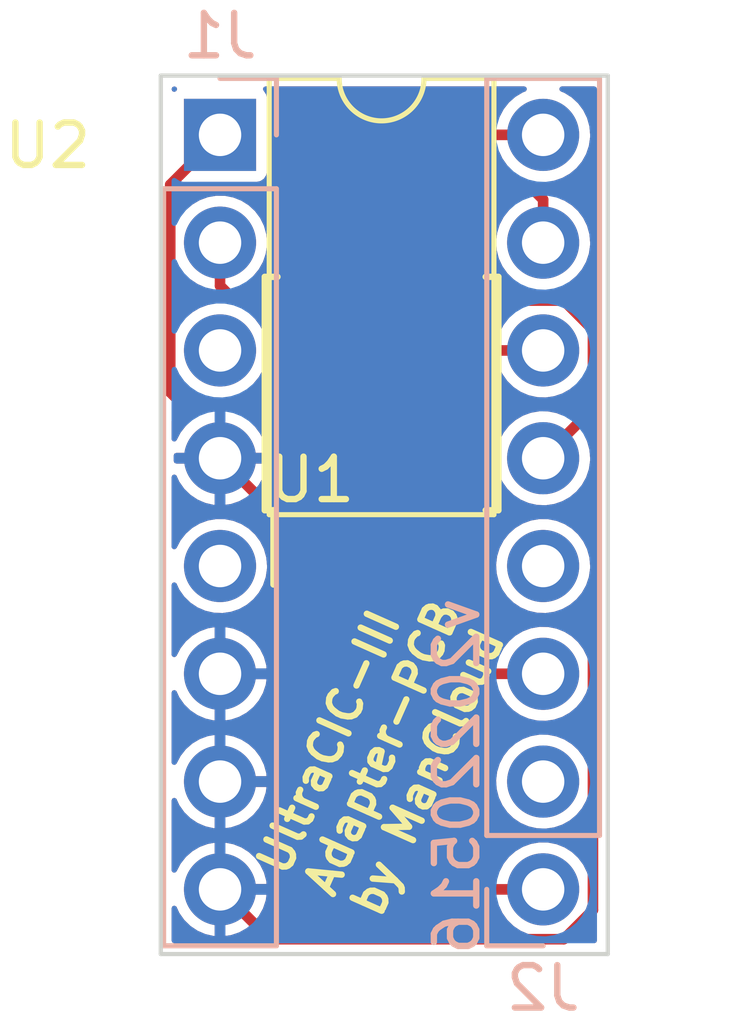
<source format=kicad_pcb>
(kicad_pcb (version 20211014) (generator pcbnew)
  (layers (0 "F.Cu" signal) (31 "B.Cu" signal) (34 "B.Paste" user) (35 "F.Paste" user) (36 "B.SilkS" user "B.Silkscreen") (37 "F.SilkS" user "F.Silkscreen") (38 "B.Mask" user) (39 "F.Mask" user) (44 "Edge.Cuts" user))
  (net 0 "")
  (net 1 "VCC")
  (net 2 "PB5")
  (net 4 "PB3")
  (net 6 "PB0")
  (net 7 "GND")
  (net 8 "PB1")
  (net 9 "PB2")
  (footprint "Package_DIP:DIP-8_W7.62mm" (layer "F.Cu") (at 97.028 68.072)
    (fp_text reference "U2" (at -4.064 0.254) (layer "F.SilkS"))
    (fp_text value "ATtiny25-20P")
    (fp_line (start 1.16 -1.33) (end 1.16 8.95) (layer "F.SilkS") (width 0.12))
    (fp_line (start 2.81 -1.33) (end 1.16 -1.33) (layer "F.SilkS") (width 0.12))
    (fp_line (start 6.46 -1.33) (end 4.81 -1.33) (layer "F.SilkS") (width 0.12))
    (fp_line (start 1.16 8.95) (end 6.46 8.95) (layer "F.SilkS") (width 0.12))
    (fp_line (start 6.46 8.95) (end 6.46 -1.33) (layer "F.SilkS") (width 0.12))
    (fp_arc (start 4.81 -1.33) (mid 3.81 -0.33) (end 2.81 -1.33) (layer "F.SilkS") (width 0.12))
    (pad "1" thru_hole rect locked (at 0 0) (size 1.6 1.6) (drill 0.8) (layers *.Cu *.Mask) (net 2 "PB5"))
    (pad "2" thru_hole oval locked (at 0 2.54) (size 1.6 1.6) (drill 0.8) (layers *.Cu *.Mask) (net 4 "PB3"))
    (pad "3" thru_hole oval locked (at 0 5.08) (size 1.6 1.6) (drill 0.8) (layers *.Cu *.Mask))
    (pad "4" thru_hole oval locked (at 0 7.62) (size 1.6 1.6) (drill 0.8) (layers *.Cu *.Mask) (net 7 "GND"))
    (pad "5" thru_hole oval locked (at 7.62 7.62) (size 1.6 1.6) (drill 0.8) (layers *.Cu *.Mask) (net 6 "PB0"))
    (pad "6" thru_hole oval locked (at 7.62 5.08) (size 1.6 1.6) (drill 0.8) (layers *.Cu *.Mask) (net 8 "PB1"))
    (pad "7" thru_hole oval locked (at 7.62 2.54) (size 1.6 1.6) (drill 0.8) (layers *.Cu *.Mask) (net 9 "PB2"))
    (pad "8" thru_hole oval locked (at 7.62 0) (size 1.6 1.6) (drill 0.8) (layers *.Cu *.Mask) (net 1 "VCC"))
  )
  (footprint "Package_SO:SOIC-8W_5.3x5.3mm_P1.27mm" (layer "F.Cu") (at 100.838 74.168 90)
    (fp_text reference "U1" (at -2.032 -1.651 180) (layer "F.SilkS"))
    (fp_text value "ATtiny25-20S")
    (fp_line (start -2.75 2.755) (end 2.75 2.755) (layer "F.SilkS") (width 0.15))
    (fp_line (start -2.75 2.755) (end -2.75 2.455) (layer "F.SilkS") (width 0.15))
    (fp_line (start 2.75 2.755) (end 2.75 2.455) (layer "F.SilkS") (width 0.15))
    (fp_line (start 2.75 -2.755) (end 2.75 -2.455) (layer "F.SilkS") (width 0.15))
    (fp_line (start -2.75 -2.755) (end 2.75 -2.755) (layer "F.SilkS") (width 0.15))
    (fp_line (start -2.75 -2.755) (end -2.75 -2.55) (layer "F.SilkS") (width 0.15))
    (fp_line (start -2.75 -2.55) (end -4.5 -2.55) (layer "F.SilkS") (width 0.15))
    (pad "1" smd rect locked (at -3.65 -1.905 90) (size 1.7 0.65) (layers "F.Cu" "F.Paste" "F.Mask") (net 2 "PB5"))
    (pad "2" smd rect locked (at -3.65 -0.635 90) (size 1.7 0.65) (layers "F.Cu" "F.Paste" "F.Mask") (net 4 "PB3"))
    (pad "3" smd rect locked (at -3.65 0.635 90) (size 1.7 0.65) (layers "F.Cu" "F.Paste" "F.Mask"))
    (pad "4" smd rect locked (at -3.65 1.905 90) (size 1.7 0.65) (layers "F.Cu" "F.Paste" "F.Mask") (net 7 "GND"))
    (pad "5" smd rect locked (at 3.65 1.905 90) (size 1.7 0.65) (layers "F.Cu" "F.Paste" "F.Mask") (net 6 "PB0"))
    (pad "6" smd rect locked (at 3.65 0.635 90) (size 1.7 0.65) (layers "F.Cu" "F.Paste" "F.Mask") (net 8 "PB1"))
    (pad "7" smd rect locked (at 3.65 -0.635 90) (size 1.7 0.65) (layers "F.Cu" "F.Paste" "F.Mask") (net 9 "PB2"))
    (pad "8" smd rect locked (at 3.65 -1.905 90) (size 1.7 0.65) (layers "F.Cu" "F.Paste" "F.Mask") (net 1 "VCC"))
  )
  (footprint "Connector_PinHeader_2.54mm:PinHeader_1x08_P2.54mm_Vertical" (layer "B.Cu") (at 104.648 85.852)
    (fp_text reference "J2" (at 0 2.33) (layer "B.SilkS") (effects (justify mirror)))
    (fp_text value "Conn_01x08")
    (fp_line (start -1.33 0) (end -1.33 1.33) (layer "B.SilkS") (width 0.12))
    (fp_line (start -1.33 1.33) (end 0 1.33) (layer "B.SilkS") (width 0.12))
    (fp_line (start -1.33 -19.11) (end 1.33 -19.11) (layer "B.SilkS") (width 0.12))
    (fp_line (start -1.33 -1.27) (end 1.33 -1.27) (layer "B.SilkS") (width 0.12))
    (fp_line (start -1.33 -1.27) (end -1.33 -19.11) (layer "B.SilkS") (width 0.12))
    (fp_line (start 1.33 -1.27) (end 1.33 -19.11) (layer "B.SilkS") (width 0.12))
    (pad "1" thru_hole circle locked (at 0 0) (size 1.7 1.7) (drill 1) (layers *.Cu *.Mask) (net 2 "PB5"))
    (pad "2" thru_hole oval locked (at 0 -2.54) (size 1.7 1.7) (drill 1) (layers *.Cu *.Mask))
    (pad "3" thru_hole oval locked (at 0 -5.08) (size 1.7 1.7) (drill 1) (layers *.Cu *.Mask) (net 4 "PB3"))
    (pad "4" thru_hole oval locked (at 0 -7.62) (size 1.7 1.7) (drill 1) (layers *.Cu *.Mask))
    (pad "5" thru_hole oval locked (at 0 -10.16) (size 1.7 1.7) (drill 1) (layers *.Cu *.Mask) (net 6 "PB0"))
    (pad "6" thru_hole oval locked (at 0 -12.7) (size 1.7 1.7) (drill 1) (layers *.Cu *.Mask) (net 8 "PB1"))
    (pad "7" thru_hole oval locked (at 0 -15.24) (size 1.7 1.7) (drill 1) (layers *.Cu *.Mask) (net 9 "PB2"))
    (pad "8" thru_hole oval locked (at 0 -17.78) (size 1.7 1.7) (drill 1) (layers *.Cu *.Mask) (net 1 "VCC"))
  )
  (footprint "Connector_PinHeader_2.54mm:PinHeader_1x08_P2.54mm_Vertical" (layer "B.Cu") (at 97.028 68.072 180)
    (fp_text reference "J1" (at 0 2.33) (layer "B.SilkS") (effects (justify mirror)))
    (fp_text value "Conn_01x08")
    (fp_line (start 1.33 -1.27) (end 1.33 -19.11) (layer "B.SilkS") (width 0.12))
    (fp_line (start -1.33 -1.27) (end 1.33 -1.27) (layer "B.SilkS") (width 0.12))
    (fp_line (start -1.33 -1.27) (end -1.33 -19.11) (layer "B.SilkS") (width 0.12))
    (fp_line (start -1.33 -19.11) (end 1.33 -19.11) (layer "B.SilkS") (width 0.12))
    (fp_line (start -1.33 0) (end -1.33 1.33) (layer "B.SilkS") (width 0.12))
    (fp_line (start -1.33 1.33) (end 0 1.33) (layer "B.SilkS") (width 0.12))
    (pad "1" thru_hole rect locked (at 0 0 180) (size 1.7 1.7) (drill 1) (layers *.Cu *.Mask) (net 2 "PB5"))
    (pad "2" thru_hole oval locked (at 0 -2.54 180) (size 1.7 1.7) (drill 1) (layers *.Cu *.Mask) (net 4 "PB3"))
    (pad "3" thru_hole oval locked (at 0 -5.08 180) (size 1.7 1.7) (drill 1) (layers *.Cu *.Mask))
    (pad "4" thru_hole oval locked (at 0 -7.62 180) (size 1.7 1.7) (drill 1) (layers *.Cu *.Mask) (net 7 "GND"))
    (pad "5" thru_hole oval locked (at 0 -10.16 180) (size 1.7 1.7) (drill 1) (layers *.Cu *.Mask))
    (pad "6" thru_hole oval locked (at 0 -12.7 180) (size 1.7 1.7) (drill 1) (layers *.Cu *.Mask) (net 7 "GND"))
    (pad "7" thru_hole oval locked (at 0 -15.24 180) (size 1.7 1.7) (drill 1) (layers *.Cu *.Mask) (net 7 "GND"))
    (pad "8" thru_hole oval locked (at 0 -17.78 180) (size 1.7 1.7) (drill 1) (layers *.Cu *.Mask) (net 7 "GND"))
  )
  (gr_line (start 95.631 87.376) (end 95.631 66.675) (layer "Edge.Cuts") (width 0.1))
  (gr_line (start 106.172 66.675) (end 106.172 87.376) (layer "Edge.Cuts") (width 0.1))
  (gr_line (start 95.631 66.675) (end 106.172 66.675) (layer "Edge.Cuts") (width 0.1))
  (gr_line (start 106.172 87.376) (end 95.631 87.376) (layer "Edge.Cuts") (width 0.1))
  (gr_text "v20220516" (at 102.616 83.185 90) (layer "B.SilkS") (effects (font (size 1 1)) (justify mirror)))
  (gr_text "UltraCIC-III\nAdapter-PCB\nby ManCloud" (at 99.314 85.979 66) (layer "F.SilkS") (effects (font (size 0.75 0.75)) (justify left)))
  (segment (start 98.933 68.453) (end 98.933 70.518) (width 0.25) (layer "F.Cu") (net 1))
  (segment (start 99.314 68.072) (end 98.933 68.453) (width 0.25) (layer "F.Cu") (net 1))
  (segment (start 104.648 68.072) (end 99.314 68.072) (width 0.25) (layer "F.Cu") (net 1))
  (segment (start 98.933 77.818) (end 98.933 74.803) (width 0.25) (layer "F.Cu") (net 2))
  (segment (start 98.933 74.803) (end 98.552 74.422) (width 0.25) (layer "F.Cu") (net 2))
  (segment (start 95.853489 69.246511) (end 97.028 68.072) (width 0.25) (layer "F.Cu") (net 2))
  (segment (start 99.314 85.852) (end 98.933 85.471) (width 0.25) (layer "F.Cu") (net 2))
  (segment (start 104.648 85.852) (end 99.314 85.852) (width 0.25) (layer "F.Cu") (net 2))
  (segment (start 98.933 85.471) (end 98.933 77.818) (width 0.25) (layer "F.Cu") (net 2))
  (segment (start 98.552 74.422) (end 96.139 74.422) (width 0.25) (layer "F.Cu") (net 2))
  (segment (start 95.853489 74.136489) (end 95.853489 69.246511) (width 0.25) (layer "F.Cu") (net 2))
  (segment (start 96.139 74.422) (end 95.853489 74.136489) (width 0.25) (layer "F.Cu") (net 2))
  (segment (start 104.648 80.772) (end 100.584 80.772) (width 0.25) (layer "F.Cu") (net 4))
  (segment (start 97.282 71.882) (end 97.028 71.628) (width 0.25) (layer "F.Cu") (net 4))
  (segment (start 97.028 71.628) (end 97.028 70.612) (width 0.25) (layer "F.Cu") (net 4))
  (segment (start 100.203 77.818) (end 100.203 72.263) (width 0.25) (layer "F.Cu") (net 4))
  (segment (start 100.584 80.772) (end 100.203 80.391) (width 0.25) (layer "F.Cu") (net 4))
  (segment (start 100.203 80.391) (end 100.203 77.818) (width 0.25) (layer "F.Cu") (net 4))
  (segment (start 100.203 72.263) (end 99.822 71.882) (width 0.25) (layer "F.Cu") (net 4))
  (segment (start 99.822 71.882) (end 97.282 71.882) (width 0.25) (layer "F.Cu") (net 4))
  (segment (start 102.965489 71.977489) (end 105.134499 71.977489) (width 0.25) (layer "F.Cu") (net 6))
  (segment (start 105.822511 74.517489) (end 104.648 75.692) (width 0.25) (layer "F.Cu") (net 6))
  (segment (start 102.743 70.518) (end 102.743 71.755) (width 0.25) (layer "F.Cu") (net 6))
  (segment (start 102.743 71.755) (end 102.965489 71.977489) (width 0.25) (layer "F.Cu") (net 6))
  (segment (start 105.822511 72.665501) (end 105.822511 74.517489) (width 0.25) (layer "F.Cu") (net 6))
  (segment (start 105.134499 71.977489) (end 105.822511 72.665501) (width 0.25) (layer "F.Cu") (net 6))
  (segment (start 97.028 85.852) (end 98.202511 87.026511) (width 0.25) (layer "F.Cu") (net 7))
  (segment (start 105.822511 80.168511) (end 105.156 79.502) (width 0.25) (layer "F.Cu") (net 7))
  (segment (start 105.134499 87.026511) (end 105.822511 86.338499) (width 0.25) (layer "F.Cu") (net 7))
  (segment (start 98.202511 87.026511) (end 105.134499 87.026511) (width 0.25) (layer "F.Cu") (net 7))
  (segment (start 97.028 83.312) (end 97.028 85.852) (width 0.25) (layer "F.Cu") (net 7))
  (segment (start 98.171 80.772) (end 97.028 80.772) (width 0.25) (layer "F.Cu") (net 7))
  (segment (start 102.997 79.502) (end 102.743 79.248) (width 0.25) (layer "F.Cu") (net 7))
  (segment (start 102.743 79.248) (end 102.743 77.818) (width 0.25) (layer "F.Cu") (net 7))
  (segment (start 105.156 79.502) (end 102.997 79.502) (width 0.25) (layer "F.Cu") (net 7))
  (segment (start 98.283489 76.947489) (end 98.283489 80.659511) (width 0.25) (layer "F.Cu") (net 7))
  (segment (start 105.822511 86.338499) (end 105.822511 80.168511) (width 0.25) (layer "F.Cu") (net 7))
  (segment (start 97.028 75.692) (end 98.283489 76.947489) (width 0.25) (layer "F.Cu") (net 7))
  (segment (start 98.283489 80.659511) (end 98.171 80.772) (width 0.25) (layer "F.Cu") (net 7))
  (segment (start 97.028 80.772) (end 97.028 83.312) (width 0.25) (layer "F.Cu") (net 7))
  (segment (start 101.473 70.518) (end 101.473 73.025) (width 0.25) (layer "F.Cu") (net 8))
  (segment (start 101.473 73.025) (end 101.6 73.152) (width 0.25) (layer "F.Cu") (net 8))
  (segment (start 101.6 73.152) (end 104.648 73.152) (width 0.25) (layer "F.Cu") (net 8))
  (segment (start 104.394 69.342) (end 100.584 69.342) (width 0.25) (layer "F.Cu") (net 9))
  (segment (start 104.648 69.596) (end 104.394 69.342) (width 0.25) (layer "F.Cu") (net 9))
  (segment (start 104.648 70.612) (end 104.648 69.596) (width 0.25) (layer "F.Cu") (net 9))
  (segment (start 100.584 69.342) (end 100.203 69.723) (width 0.25) (layer "F.Cu") (net 9))
  (segment (start 100.203 69.723) (end 100.203 70.518) (width 0.25) (layer "F.Cu") (net 9))
  (zone (net 7) (net_name "GND") (layers F&B.Cu) (connect_pads (clearance 0.254)) (min_thickness 0.128) (fill yes (thermal_gap 0.254) (thermal_bridge_width 0.254) (island_removal_mode 1) (island_area_min 0))
    (polygon (pts (xy 105.918 87.63) (xy 95.758 87.63) (xy 95.758 66.294) (xy 105.918 66.294)))
  )
)
</source>
